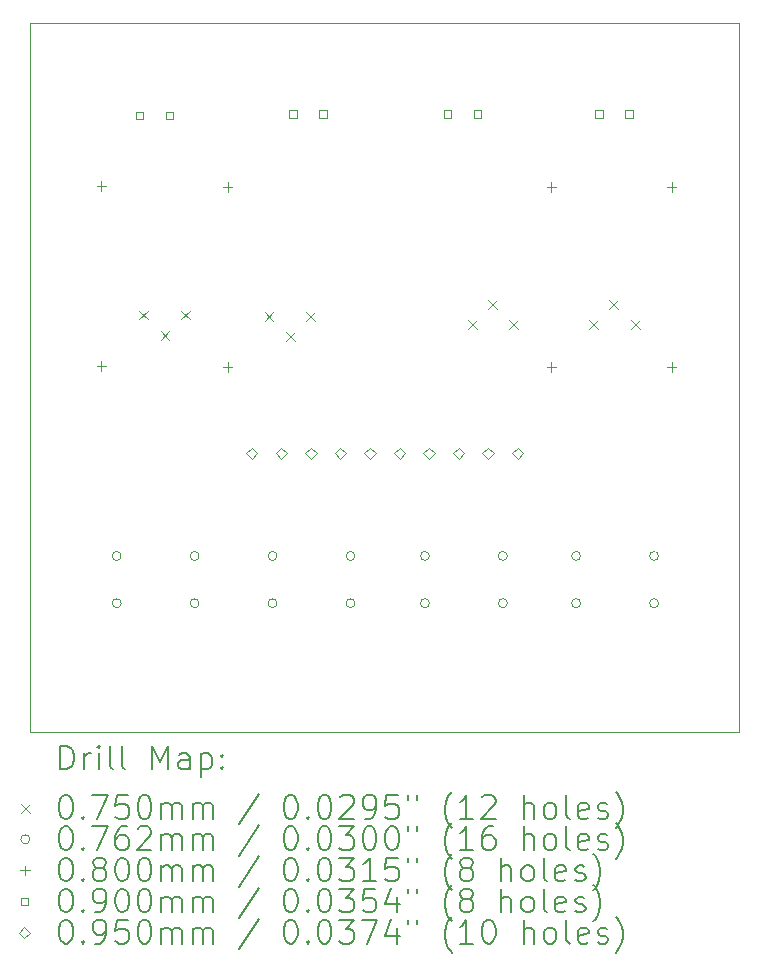
<source format=gbr>
%FSLAX45Y45*%
G04 Gerber Fmt 4.5, Leading zero omitted, Abs format (unit mm)*
G04 Created by KiCad (PCBNEW (6.0.4)) date 2022-04-20 18:40:48*
%MOMM*%
%LPD*%
G01*
G04 APERTURE LIST*
%TA.AperFunction,Profile*%
%ADD10C,0.100000*%
%TD*%
%ADD11C,0.200000*%
%ADD12C,0.075000*%
%ADD13C,0.076200*%
%ADD14C,0.080000*%
%ADD15C,0.090000*%
%ADD16C,0.095000*%
G04 APERTURE END LIST*
D10*
X10000000Y-6740000D02*
X16000000Y-6740000D01*
X16000000Y-6740000D02*
X16000000Y-12740000D01*
X16000000Y-12740000D02*
X10000000Y-12740000D01*
X10000000Y-12740000D02*
X10000000Y-6740000D01*
D11*
D12*
X10922500Y-9172500D02*
X10997500Y-9247500D01*
X10997500Y-9172500D02*
X10922500Y-9247500D01*
X11102500Y-9342500D02*
X11177500Y-9417500D01*
X11177500Y-9342500D02*
X11102500Y-9417500D01*
X11272500Y-9172500D02*
X11347500Y-9247500D01*
X11347500Y-9172500D02*
X11272500Y-9247500D01*
X11982500Y-9182500D02*
X12057500Y-9257500D01*
X12057500Y-9182500D02*
X11982500Y-9257500D01*
X12162500Y-9352500D02*
X12237500Y-9427500D01*
X12237500Y-9352500D02*
X12162500Y-9427500D01*
X12332500Y-9182500D02*
X12407500Y-9257500D01*
X12407500Y-9182500D02*
X12332500Y-9257500D01*
X13702500Y-9252500D02*
X13777500Y-9327500D01*
X13777500Y-9252500D02*
X13702500Y-9327500D01*
X13872500Y-9082500D02*
X13947500Y-9157500D01*
X13947500Y-9082500D02*
X13872500Y-9157500D01*
X14052500Y-9252500D02*
X14127500Y-9327500D01*
X14127500Y-9252500D02*
X14052500Y-9327500D01*
X14732500Y-9252500D02*
X14807500Y-9327500D01*
X14807500Y-9252500D02*
X14732500Y-9327500D01*
X14902500Y-9082500D02*
X14977500Y-9157500D01*
X14977500Y-9082500D02*
X14902500Y-9157500D01*
X15082500Y-9252500D02*
X15157500Y-9327500D01*
X15157500Y-9252500D02*
X15082500Y-9327500D01*
D13*
X10768100Y-11250000D02*
G75*
G03*
X10768100Y-11250000I-38100J0D01*
G01*
X10768100Y-11650000D02*
G75*
G03*
X10768100Y-11650000I-38100J0D01*
G01*
X11428100Y-11250000D02*
G75*
G03*
X11428100Y-11250000I-38100J0D01*
G01*
X11428100Y-11650000D02*
G75*
G03*
X11428100Y-11650000I-38100J0D01*
G01*
X12088100Y-11250000D02*
G75*
G03*
X12088100Y-11250000I-38100J0D01*
G01*
X12088100Y-11650000D02*
G75*
G03*
X12088100Y-11650000I-38100J0D01*
G01*
X12748100Y-11250000D02*
G75*
G03*
X12748100Y-11250000I-38100J0D01*
G01*
X12748100Y-11650000D02*
G75*
G03*
X12748100Y-11650000I-38100J0D01*
G01*
X13378100Y-11250000D02*
G75*
G03*
X13378100Y-11250000I-38100J0D01*
G01*
X13378100Y-11650000D02*
G75*
G03*
X13378100Y-11650000I-38100J0D01*
G01*
X14038100Y-11250000D02*
G75*
G03*
X14038100Y-11250000I-38100J0D01*
G01*
X14038100Y-11650000D02*
G75*
G03*
X14038100Y-11650000I-38100J0D01*
G01*
X14658100Y-11250000D02*
G75*
G03*
X14658100Y-11250000I-38100J0D01*
G01*
X14658100Y-11650000D02*
G75*
G03*
X14658100Y-11650000I-38100J0D01*
G01*
X15318100Y-11250000D02*
G75*
G03*
X15318100Y-11250000I-38100J0D01*
G01*
X15318100Y-11650000D02*
G75*
G03*
X15318100Y-11650000I-38100J0D01*
G01*
D14*
X10600000Y-8078000D02*
X10600000Y-8158000D01*
X10560000Y-8118000D02*
X10640000Y-8118000D01*
X10600000Y-9602000D02*
X10600000Y-9682000D01*
X10560000Y-9642000D02*
X10640000Y-9642000D01*
X11670000Y-8088000D02*
X11670000Y-8168000D01*
X11630000Y-8128000D02*
X11710000Y-8128000D01*
X11670000Y-9612000D02*
X11670000Y-9692000D01*
X11630000Y-9652000D02*
X11710000Y-9652000D01*
X14410000Y-8088000D02*
X14410000Y-8168000D01*
X14370000Y-8128000D02*
X14450000Y-8128000D01*
X14410000Y-9612000D02*
X14410000Y-9692000D01*
X14370000Y-9652000D02*
X14450000Y-9652000D01*
X15430000Y-8086000D02*
X15430000Y-8166000D01*
X15390000Y-8126000D02*
X15470000Y-8126000D01*
X15430000Y-9610000D02*
X15430000Y-9690000D01*
X15390000Y-9650000D02*
X15470000Y-9650000D01*
D15*
X10954320Y-7551820D02*
X10954320Y-7488180D01*
X10890680Y-7488180D01*
X10890680Y-7551820D01*
X10954320Y-7551820D01*
X11208320Y-7551820D02*
X11208320Y-7488180D01*
X11144680Y-7488180D01*
X11144680Y-7551820D01*
X11208320Y-7551820D01*
X12254320Y-7541820D02*
X12254320Y-7478180D01*
X12190680Y-7478180D01*
X12190680Y-7541820D01*
X12254320Y-7541820D01*
X12508320Y-7541820D02*
X12508320Y-7478180D01*
X12444680Y-7478180D01*
X12444680Y-7541820D01*
X12508320Y-7541820D01*
X13564320Y-7541820D02*
X13564320Y-7478180D01*
X13500680Y-7478180D01*
X13500680Y-7541820D01*
X13564320Y-7541820D01*
X13818320Y-7541820D02*
X13818320Y-7478180D01*
X13754680Y-7478180D01*
X13754680Y-7541820D01*
X13818320Y-7541820D01*
X14844320Y-7541820D02*
X14844320Y-7478180D01*
X14780680Y-7478180D01*
X14780680Y-7541820D01*
X14844320Y-7541820D01*
X15098320Y-7541820D02*
X15098320Y-7478180D01*
X15034680Y-7478180D01*
X15034680Y-7541820D01*
X15098320Y-7541820D01*
D16*
X11875000Y-10427500D02*
X11922500Y-10380000D01*
X11875000Y-10332500D01*
X11827500Y-10380000D01*
X11875000Y-10427500D01*
X12125000Y-10427500D02*
X12172500Y-10380000D01*
X12125000Y-10332500D01*
X12077500Y-10380000D01*
X12125000Y-10427500D01*
X12375000Y-10427500D02*
X12422500Y-10380000D01*
X12375000Y-10332500D01*
X12327500Y-10380000D01*
X12375000Y-10427500D01*
X12625000Y-10427500D02*
X12672500Y-10380000D01*
X12625000Y-10332500D01*
X12577500Y-10380000D01*
X12625000Y-10427500D01*
X12875000Y-10427500D02*
X12922500Y-10380000D01*
X12875000Y-10332500D01*
X12827500Y-10380000D01*
X12875000Y-10427500D01*
X13125000Y-10427500D02*
X13172500Y-10380000D01*
X13125000Y-10332500D01*
X13077500Y-10380000D01*
X13125000Y-10427500D01*
X13375000Y-10427500D02*
X13422500Y-10380000D01*
X13375000Y-10332500D01*
X13327500Y-10380000D01*
X13375000Y-10427500D01*
X13625000Y-10427500D02*
X13672500Y-10380000D01*
X13625000Y-10332500D01*
X13577500Y-10380000D01*
X13625000Y-10427500D01*
X13875000Y-10427500D02*
X13922500Y-10380000D01*
X13875000Y-10332500D01*
X13827500Y-10380000D01*
X13875000Y-10427500D01*
X14125000Y-10427500D02*
X14172500Y-10380000D01*
X14125000Y-10332500D01*
X14077500Y-10380000D01*
X14125000Y-10427500D01*
D11*
X10252619Y-13055476D02*
X10252619Y-12855476D01*
X10300238Y-12855476D01*
X10328810Y-12865000D01*
X10347857Y-12884048D01*
X10357381Y-12903095D01*
X10366905Y-12941190D01*
X10366905Y-12969762D01*
X10357381Y-13007857D01*
X10347857Y-13026905D01*
X10328810Y-13045952D01*
X10300238Y-13055476D01*
X10252619Y-13055476D01*
X10452619Y-13055476D02*
X10452619Y-12922143D01*
X10452619Y-12960238D02*
X10462143Y-12941190D01*
X10471667Y-12931667D01*
X10490714Y-12922143D01*
X10509762Y-12922143D01*
X10576429Y-13055476D02*
X10576429Y-12922143D01*
X10576429Y-12855476D02*
X10566905Y-12865000D01*
X10576429Y-12874524D01*
X10585952Y-12865000D01*
X10576429Y-12855476D01*
X10576429Y-12874524D01*
X10700238Y-13055476D02*
X10681190Y-13045952D01*
X10671667Y-13026905D01*
X10671667Y-12855476D01*
X10805000Y-13055476D02*
X10785952Y-13045952D01*
X10776429Y-13026905D01*
X10776429Y-12855476D01*
X11033571Y-13055476D02*
X11033571Y-12855476D01*
X11100238Y-12998333D01*
X11166905Y-12855476D01*
X11166905Y-13055476D01*
X11347857Y-13055476D02*
X11347857Y-12950714D01*
X11338333Y-12931667D01*
X11319286Y-12922143D01*
X11281190Y-12922143D01*
X11262143Y-12931667D01*
X11347857Y-13045952D02*
X11328809Y-13055476D01*
X11281190Y-13055476D01*
X11262143Y-13045952D01*
X11252619Y-13026905D01*
X11252619Y-13007857D01*
X11262143Y-12988809D01*
X11281190Y-12979286D01*
X11328809Y-12979286D01*
X11347857Y-12969762D01*
X11443095Y-12922143D02*
X11443095Y-13122143D01*
X11443095Y-12931667D02*
X11462143Y-12922143D01*
X11500238Y-12922143D01*
X11519286Y-12931667D01*
X11528809Y-12941190D01*
X11538333Y-12960238D01*
X11538333Y-13017381D01*
X11528809Y-13036428D01*
X11519286Y-13045952D01*
X11500238Y-13055476D01*
X11462143Y-13055476D01*
X11443095Y-13045952D01*
X11624048Y-13036428D02*
X11633571Y-13045952D01*
X11624048Y-13055476D01*
X11614524Y-13045952D01*
X11624048Y-13036428D01*
X11624048Y-13055476D01*
X11624048Y-12931667D02*
X11633571Y-12941190D01*
X11624048Y-12950714D01*
X11614524Y-12941190D01*
X11624048Y-12931667D01*
X11624048Y-12950714D01*
D12*
X9920000Y-13347500D02*
X9995000Y-13422500D01*
X9995000Y-13347500D02*
X9920000Y-13422500D01*
D11*
X10290714Y-13275476D02*
X10309762Y-13275476D01*
X10328810Y-13285000D01*
X10338333Y-13294524D01*
X10347857Y-13313571D01*
X10357381Y-13351667D01*
X10357381Y-13399286D01*
X10347857Y-13437381D01*
X10338333Y-13456428D01*
X10328810Y-13465952D01*
X10309762Y-13475476D01*
X10290714Y-13475476D01*
X10271667Y-13465952D01*
X10262143Y-13456428D01*
X10252619Y-13437381D01*
X10243095Y-13399286D01*
X10243095Y-13351667D01*
X10252619Y-13313571D01*
X10262143Y-13294524D01*
X10271667Y-13285000D01*
X10290714Y-13275476D01*
X10443095Y-13456428D02*
X10452619Y-13465952D01*
X10443095Y-13475476D01*
X10433571Y-13465952D01*
X10443095Y-13456428D01*
X10443095Y-13475476D01*
X10519286Y-13275476D02*
X10652619Y-13275476D01*
X10566905Y-13475476D01*
X10824048Y-13275476D02*
X10728810Y-13275476D01*
X10719286Y-13370714D01*
X10728810Y-13361190D01*
X10747857Y-13351667D01*
X10795476Y-13351667D01*
X10814524Y-13361190D01*
X10824048Y-13370714D01*
X10833571Y-13389762D01*
X10833571Y-13437381D01*
X10824048Y-13456428D01*
X10814524Y-13465952D01*
X10795476Y-13475476D01*
X10747857Y-13475476D01*
X10728810Y-13465952D01*
X10719286Y-13456428D01*
X10957381Y-13275476D02*
X10976429Y-13275476D01*
X10995476Y-13285000D01*
X11005000Y-13294524D01*
X11014524Y-13313571D01*
X11024048Y-13351667D01*
X11024048Y-13399286D01*
X11014524Y-13437381D01*
X11005000Y-13456428D01*
X10995476Y-13465952D01*
X10976429Y-13475476D01*
X10957381Y-13475476D01*
X10938333Y-13465952D01*
X10928810Y-13456428D01*
X10919286Y-13437381D01*
X10909762Y-13399286D01*
X10909762Y-13351667D01*
X10919286Y-13313571D01*
X10928810Y-13294524D01*
X10938333Y-13285000D01*
X10957381Y-13275476D01*
X11109762Y-13475476D02*
X11109762Y-13342143D01*
X11109762Y-13361190D02*
X11119286Y-13351667D01*
X11138333Y-13342143D01*
X11166905Y-13342143D01*
X11185952Y-13351667D01*
X11195476Y-13370714D01*
X11195476Y-13475476D01*
X11195476Y-13370714D02*
X11205000Y-13351667D01*
X11224048Y-13342143D01*
X11252619Y-13342143D01*
X11271667Y-13351667D01*
X11281190Y-13370714D01*
X11281190Y-13475476D01*
X11376428Y-13475476D02*
X11376428Y-13342143D01*
X11376428Y-13361190D02*
X11385952Y-13351667D01*
X11405000Y-13342143D01*
X11433571Y-13342143D01*
X11452619Y-13351667D01*
X11462143Y-13370714D01*
X11462143Y-13475476D01*
X11462143Y-13370714D02*
X11471667Y-13351667D01*
X11490714Y-13342143D01*
X11519286Y-13342143D01*
X11538333Y-13351667D01*
X11547857Y-13370714D01*
X11547857Y-13475476D01*
X11938333Y-13265952D02*
X11766905Y-13523095D01*
X12195476Y-13275476D02*
X12214524Y-13275476D01*
X12233571Y-13285000D01*
X12243095Y-13294524D01*
X12252619Y-13313571D01*
X12262143Y-13351667D01*
X12262143Y-13399286D01*
X12252619Y-13437381D01*
X12243095Y-13456428D01*
X12233571Y-13465952D01*
X12214524Y-13475476D01*
X12195476Y-13475476D01*
X12176428Y-13465952D01*
X12166905Y-13456428D01*
X12157381Y-13437381D01*
X12147857Y-13399286D01*
X12147857Y-13351667D01*
X12157381Y-13313571D01*
X12166905Y-13294524D01*
X12176428Y-13285000D01*
X12195476Y-13275476D01*
X12347857Y-13456428D02*
X12357381Y-13465952D01*
X12347857Y-13475476D01*
X12338333Y-13465952D01*
X12347857Y-13456428D01*
X12347857Y-13475476D01*
X12481190Y-13275476D02*
X12500238Y-13275476D01*
X12519286Y-13285000D01*
X12528809Y-13294524D01*
X12538333Y-13313571D01*
X12547857Y-13351667D01*
X12547857Y-13399286D01*
X12538333Y-13437381D01*
X12528809Y-13456428D01*
X12519286Y-13465952D01*
X12500238Y-13475476D01*
X12481190Y-13475476D01*
X12462143Y-13465952D01*
X12452619Y-13456428D01*
X12443095Y-13437381D01*
X12433571Y-13399286D01*
X12433571Y-13351667D01*
X12443095Y-13313571D01*
X12452619Y-13294524D01*
X12462143Y-13285000D01*
X12481190Y-13275476D01*
X12624048Y-13294524D02*
X12633571Y-13285000D01*
X12652619Y-13275476D01*
X12700238Y-13275476D01*
X12719286Y-13285000D01*
X12728809Y-13294524D01*
X12738333Y-13313571D01*
X12738333Y-13332619D01*
X12728809Y-13361190D01*
X12614524Y-13475476D01*
X12738333Y-13475476D01*
X12833571Y-13475476D02*
X12871667Y-13475476D01*
X12890714Y-13465952D01*
X12900238Y-13456428D01*
X12919286Y-13427857D01*
X12928809Y-13389762D01*
X12928809Y-13313571D01*
X12919286Y-13294524D01*
X12909762Y-13285000D01*
X12890714Y-13275476D01*
X12852619Y-13275476D01*
X12833571Y-13285000D01*
X12824048Y-13294524D01*
X12814524Y-13313571D01*
X12814524Y-13361190D01*
X12824048Y-13380238D01*
X12833571Y-13389762D01*
X12852619Y-13399286D01*
X12890714Y-13399286D01*
X12909762Y-13389762D01*
X12919286Y-13380238D01*
X12928809Y-13361190D01*
X13109762Y-13275476D02*
X13014524Y-13275476D01*
X13005000Y-13370714D01*
X13014524Y-13361190D01*
X13033571Y-13351667D01*
X13081190Y-13351667D01*
X13100238Y-13361190D01*
X13109762Y-13370714D01*
X13119286Y-13389762D01*
X13119286Y-13437381D01*
X13109762Y-13456428D01*
X13100238Y-13465952D01*
X13081190Y-13475476D01*
X13033571Y-13475476D01*
X13014524Y-13465952D01*
X13005000Y-13456428D01*
X13195476Y-13275476D02*
X13195476Y-13313571D01*
X13271667Y-13275476D02*
X13271667Y-13313571D01*
X13566905Y-13551667D02*
X13557381Y-13542143D01*
X13538333Y-13513571D01*
X13528809Y-13494524D01*
X13519286Y-13465952D01*
X13509762Y-13418333D01*
X13509762Y-13380238D01*
X13519286Y-13332619D01*
X13528809Y-13304048D01*
X13538333Y-13285000D01*
X13557381Y-13256428D01*
X13566905Y-13246905D01*
X13747857Y-13475476D02*
X13633571Y-13475476D01*
X13690714Y-13475476D02*
X13690714Y-13275476D01*
X13671667Y-13304048D01*
X13652619Y-13323095D01*
X13633571Y-13332619D01*
X13824048Y-13294524D02*
X13833571Y-13285000D01*
X13852619Y-13275476D01*
X13900238Y-13275476D01*
X13919286Y-13285000D01*
X13928809Y-13294524D01*
X13938333Y-13313571D01*
X13938333Y-13332619D01*
X13928809Y-13361190D01*
X13814524Y-13475476D01*
X13938333Y-13475476D01*
X14176428Y-13475476D02*
X14176428Y-13275476D01*
X14262143Y-13475476D02*
X14262143Y-13370714D01*
X14252619Y-13351667D01*
X14233571Y-13342143D01*
X14205000Y-13342143D01*
X14185952Y-13351667D01*
X14176428Y-13361190D01*
X14385952Y-13475476D02*
X14366905Y-13465952D01*
X14357381Y-13456428D01*
X14347857Y-13437381D01*
X14347857Y-13380238D01*
X14357381Y-13361190D01*
X14366905Y-13351667D01*
X14385952Y-13342143D01*
X14414524Y-13342143D01*
X14433571Y-13351667D01*
X14443095Y-13361190D01*
X14452619Y-13380238D01*
X14452619Y-13437381D01*
X14443095Y-13456428D01*
X14433571Y-13465952D01*
X14414524Y-13475476D01*
X14385952Y-13475476D01*
X14566905Y-13475476D02*
X14547857Y-13465952D01*
X14538333Y-13446905D01*
X14538333Y-13275476D01*
X14719286Y-13465952D02*
X14700238Y-13475476D01*
X14662143Y-13475476D01*
X14643095Y-13465952D01*
X14633571Y-13446905D01*
X14633571Y-13370714D01*
X14643095Y-13351667D01*
X14662143Y-13342143D01*
X14700238Y-13342143D01*
X14719286Y-13351667D01*
X14728809Y-13370714D01*
X14728809Y-13389762D01*
X14633571Y-13408809D01*
X14805000Y-13465952D02*
X14824048Y-13475476D01*
X14862143Y-13475476D01*
X14881190Y-13465952D01*
X14890714Y-13446905D01*
X14890714Y-13437381D01*
X14881190Y-13418333D01*
X14862143Y-13408809D01*
X14833571Y-13408809D01*
X14814524Y-13399286D01*
X14805000Y-13380238D01*
X14805000Y-13370714D01*
X14814524Y-13351667D01*
X14833571Y-13342143D01*
X14862143Y-13342143D01*
X14881190Y-13351667D01*
X14957381Y-13551667D02*
X14966905Y-13542143D01*
X14985952Y-13513571D01*
X14995476Y-13494524D01*
X15005000Y-13465952D01*
X15014524Y-13418333D01*
X15014524Y-13380238D01*
X15005000Y-13332619D01*
X14995476Y-13304048D01*
X14985952Y-13285000D01*
X14966905Y-13256428D01*
X14957381Y-13246905D01*
D13*
X9995000Y-13649000D02*
G75*
G03*
X9995000Y-13649000I-38100J0D01*
G01*
D11*
X10290714Y-13539476D02*
X10309762Y-13539476D01*
X10328810Y-13549000D01*
X10338333Y-13558524D01*
X10347857Y-13577571D01*
X10357381Y-13615667D01*
X10357381Y-13663286D01*
X10347857Y-13701381D01*
X10338333Y-13720428D01*
X10328810Y-13729952D01*
X10309762Y-13739476D01*
X10290714Y-13739476D01*
X10271667Y-13729952D01*
X10262143Y-13720428D01*
X10252619Y-13701381D01*
X10243095Y-13663286D01*
X10243095Y-13615667D01*
X10252619Y-13577571D01*
X10262143Y-13558524D01*
X10271667Y-13549000D01*
X10290714Y-13539476D01*
X10443095Y-13720428D02*
X10452619Y-13729952D01*
X10443095Y-13739476D01*
X10433571Y-13729952D01*
X10443095Y-13720428D01*
X10443095Y-13739476D01*
X10519286Y-13539476D02*
X10652619Y-13539476D01*
X10566905Y-13739476D01*
X10814524Y-13539476D02*
X10776429Y-13539476D01*
X10757381Y-13549000D01*
X10747857Y-13558524D01*
X10728810Y-13587095D01*
X10719286Y-13625190D01*
X10719286Y-13701381D01*
X10728810Y-13720428D01*
X10738333Y-13729952D01*
X10757381Y-13739476D01*
X10795476Y-13739476D01*
X10814524Y-13729952D01*
X10824048Y-13720428D01*
X10833571Y-13701381D01*
X10833571Y-13653762D01*
X10824048Y-13634714D01*
X10814524Y-13625190D01*
X10795476Y-13615667D01*
X10757381Y-13615667D01*
X10738333Y-13625190D01*
X10728810Y-13634714D01*
X10719286Y-13653762D01*
X10909762Y-13558524D02*
X10919286Y-13549000D01*
X10938333Y-13539476D01*
X10985952Y-13539476D01*
X11005000Y-13549000D01*
X11014524Y-13558524D01*
X11024048Y-13577571D01*
X11024048Y-13596619D01*
X11014524Y-13625190D01*
X10900238Y-13739476D01*
X11024048Y-13739476D01*
X11109762Y-13739476D02*
X11109762Y-13606143D01*
X11109762Y-13625190D02*
X11119286Y-13615667D01*
X11138333Y-13606143D01*
X11166905Y-13606143D01*
X11185952Y-13615667D01*
X11195476Y-13634714D01*
X11195476Y-13739476D01*
X11195476Y-13634714D02*
X11205000Y-13615667D01*
X11224048Y-13606143D01*
X11252619Y-13606143D01*
X11271667Y-13615667D01*
X11281190Y-13634714D01*
X11281190Y-13739476D01*
X11376428Y-13739476D02*
X11376428Y-13606143D01*
X11376428Y-13625190D02*
X11385952Y-13615667D01*
X11405000Y-13606143D01*
X11433571Y-13606143D01*
X11452619Y-13615667D01*
X11462143Y-13634714D01*
X11462143Y-13739476D01*
X11462143Y-13634714D02*
X11471667Y-13615667D01*
X11490714Y-13606143D01*
X11519286Y-13606143D01*
X11538333Y-13615667D01*
X11547857Y-13634714D01*
X11547857Y-13739476D01*
X11938333Y-13529952D02*
X11766905Y-13787095D01*
X12195476Y-13539476D02*
X12214524Y-13539476D01*
X12233571Y-13549000D01*
X12243095Y-13558524D01*
X12252619Y-13577571D01*
X12262143Y-13615667D01*
X12262143Y-13663286D01*
X12252619Y-13701381D01*
X12243095Y-13720428D01*
X12233571Y-13729952D01*
X12214524Y-13739476D01*
X12195476Y-13739476D01*
X12176428Y-13729952D01*
X12166905Y-13720428D01*
X12157381Y-13701381D01*
X12147857Y-13663286D01*
X12147857Y-13615667D01*
X12157381Y-13577571D01*
X12166905Y-13558524D01*
X12176428Y-13549000D01*
X12195476Y-13539476D01*
X12347857Y-13720428D02*
X12357381Y-13729952D01*
X12347857Y-13739476D01*
X12338333Y-13729952D01*
X12347857Y-13720428D01*
X12347857Y-13739476D01*
X12481190Y-13539476D02*
X12500238Y-13539476D01*
X12519286Y-13549000D01*
X12528809Y-13558524D01*
X12538333Y-13577571D01*
X12547857Y-13615667D01*
X12547857Y-13663286D01*
X12538333Y-13701381D01*
X12528809Y-13720428D01*
X12519286Y-13729952D01*
X12500238Y-13739476D01*
X12481190Y-13739476D01*
X12462143Y-13729952D01*
X12452619Y-13720428D01*
X12443095Y-13701381D01*
X12433571Y-13663286D01*
X12433571Y-13615667D01*
X12443095Y-13577571D01*
X12452619Y-13558524D01*
X12462143Y-13549000D01*
X12481190Y-13539476D01*
X12614524Y-13539476D02*
X12738333Y-13539476D01*
X12671667Y-13615667D01*
X12700238Y-13615667D01*
X12719286Y-13625190D01*
X12728809Y-13634714D01*
X12738333Y-13653762D01*
X12738333Y-13701381D01*
X12728809Y-13720428D01*
X12719286Y-13729952D01*
X12700238Y-13739476D01*
X12643095Y-13739476D01*
X12624048Y-13729952D01*
X12614524Y-13720428D01*
X12862143Y-13539476D02*
X12881190Y-13539476D01*
X12900238Y-13549000D01*
X12909762Y-13558524D01*
X12919286Y-13577571D01*
X12928809Y-13615667D01*
X12928809Y-13663286D01*
X12919286Y-13701381D01*
X12909762Y-13720428D01*
X12900238Y-13729952D01*
X12881190Y-13739476D01*
X12862143Y-13739476D01*
X12843095Y-13729952D01*
X12833571Y-13720428D01*
X12824048Y-13701381D01*
X12814524Y-13663286D01*
X12814524Y-13615667D01*
X12824048Y-13577571D01*
X12833571Y-13558524D01*
X12843095Y-13549000D01*
X12862143Y-13539476D01*
X13052619Y-13539476D02*
X13071667Y-13539476D01*
X13090714Y-13549000D01*
X13100238Y-13558524D01*
X13109762Y-13577571D01*
X13119286Y-13615667D01*
X13119286Y-13663286D01*
X13109762Y-13701381D01*
X13100238Y-13720428D01*
X13090714Y-13729952D01*
X13071667Y-13739476D01*
X13052619Y-13739476D01*
X13033571Y-13729952D01*
X13024048Y-13720428D01*
X13014524Y-13701381D01*
X13005000Y-13663286D01*
X13005000Y-13615667D01*
X13014524Y-13577571D01*
X13024048Y-13558524D01*
X13033571Y-13549000D01*
X13052619Y-13539476D01*
X13195476Y-13539476D02*
X13195476Y-13577571D01*
X13271667Y-13539476D02*
X13271667Y-13577571D01*
X13566905Y-13815667D02*
X13557381Y-13806143D01*
X13538333Y-13777571D01*
X13528809Y-13758524D01*
X13519286Y-13729952D01*
X13509762Y-13682333D01*
X13509762Y-13644238D01*
X13519286Y-13596619D01*
X13528809Y-13568048D01*
X13538333Y-13549000D01*
X13557381Y-13520428D01*
X13566905Y-13510905D01*
X13747857Y-13739476D02*
X13633571Y-13739476D01*
X13690714Y-13739476D02*
X13690714Y-13539476D01*
X13671667Y-13568048D01*
X13652619Y-13587095D01*
X13633571Y-13596619D01*
X13919286Y-13539476D02*
X13881190Y-13539476D01*
X13862143Y-13549000D01*
X13852619Y-13558524D01*
X13833571Y-13587095D01*
X13824048Y-13625190D01*
X13824048Y-13701381D01*
X13833571Y-13720428D01*
X13843095Y-13729952D01*
X13862143Y-13739476D01*
X13900238Y-13739476D01*
X13919286Y-13729952D01*
X13928809Y-13720428D01*
X13938333Y-13701381D01*
X13938333Y-13653762D01*
X13928809Y-13634714D01*
X13919286Y-13625190D01*
X13900238Y-13615667D01*
X13862143Y-13615667D01*
X13843095Y-13625190D01*
X13833571Y-13634714D01*
X13824048Y-13653762D01*
X14176428Y-13739476D02*
X14176428Y-13539476D01*
X14262143Y-13739476D02*
X14262143Y-13634714D01*
X14252619Y-13615667D01*
X14233571Y-13606143D01*
X14205000Y-13606143D01*
X14185952Y-13615667D01*
X14176428Y-13625190D01*
X14385952Y-13739476D02*
X14366905Y-13729952D01*
X14357381Y-13720428D01*
X14347857Y-13701381D01*
X14347857Y-13644238D01*
X14357381Y-13625190D01*
X14366905Y-13615667D01*
X14385952Y-13606143D01*
X14414524Y-13606143D01*
X14433571Y-13615667D01*
X14443095Y-13625190D01*
X14452619Y-13644238D01*
X14452619Y-13701381D01*
X14443095Y-13720428D01*
X14433571Y-13729952D01*
X14414524Y-13739476D01*
X14385952Y-13739476D01*
X14566905Y-13739476D02*
X14547857Y-13729952D01*
X14538333Y-13710905D01*
X14538333Y-13539476D01*
X14719286Y-13729952D02*
X14700238Y-13739476D01*
X14662143Y-13739476D01*
X14643095Y-13729952D01*
X14633571Y-13710905D01*
X14633571Y-13634714D01*
X14643095Y-13615667D01*
X14662143Y-13606143D01*
X14700238Y-13606143D01*
X14719286Y-13615667D01*
X14728809Y-13634714D01*
X14728809Y-13653762D01*
X14633571Y-13672809D01*
X14805000Y-13729952D02*
X14824048Y-13739476D01*
X14862143Y-13739476D01*
X14881190Y-13729952D01*
X14890714Y-13710905D01*
X14890714Y-13701381D01*
X14881190Y-13682333D01*
X14862143Y-13672809D01*
X14833571Y-13672809D01*
X14814524Y-13663286D01*
X14805000Y-13644238D01*
X14805000Y-13634714D01*
X14814524Y-13615667D01*
X14833571Y-13606143D01*
X14862143Y-13606143D01*
X14881190Y-13615667D01*
X14957381Y-13815667D02*
X14966905Y-13806143D01*
X14985952Y-13777571D01*
X14995476Y-13758524D01*
X15005000Y-13729952D01*
X15014524Y-13682333D01*
X15014524Y-13644238D01*
X15005000Y-13596619D01*
X14995476Y-13568048D01*
X14985952Y-13549000D01*
X14966905Y-13520428D01*
X14957381Y-13510905D01*
D14*
X9955000Y-13873000D02*
X9955000Y-13953000D01*
X9915000Y-13913000D02*
X9995000Y-13913000D01*
D11*
X10290714Y-13803476D02*
X10309762Y-13803476D01*
X10328810Y-13813000D01*
X10338333Y-13822524D01*
X10347857Y-13841571D01*
X10357381Y-13879667D01*
X10357381Y-13927286D01*
X10347857Y-13965381D01*
X10338333Y-13984428D01*
X10328810Y-13993952D01*
X10309762Y-14003476D01*
X10290714Y-14003476D01*
X10271667Y-13993952D01*
X10262143Y-13984428D01*
X10252619Y-13965381D01*
X10243095Y-13927286D01*
X10243095Y-13879667D01*
X10252619Y-13841571D01*
X10262143Y-13822524D01*
X10271667Y-13813000D01*
X10290714Y-13803476D01*
X10443095Y-13984428D02*
X10452619Y-13993952D01*
X10443095Y-14003476D01*
X10433571Y-13993952D01*
X10443095Y-13984428D01*
X10443095Y-14003476D01*
X10566905Y-13889190D02*
X10547857Y-13879667D01*
X10538333Y-13870143D01*
X10528810Y-13851095D01*
X10528810Y-13841571D01*
X10538333Y-13822524D01*
X10547857Y-13813000D01*
X10566905Y-13803476D01*
X10605000Y-13803476D01*
X10624048Y-13813000D01*
X10633571Y-13822524D01*
X10643095Y-13841571D01*
X10643095Y-13851095D01*
X10633571Y-13870143D01*
X10624048Y-13879667D01*
X10605000Y-13889190D01*
X10566905Y-13889190D01*
X10547857Y-13898714D01*
X10538333Y-13908238D01*
X10528810Y-13927286D01*
X10528810Y-13965381D01*
X10538333Y-13984428D01*
X10547857Y-13993952D01*
X10566905Y-14003476D01*
X10605000Y-14003476D01*
X10624048Y-13993952D01*
X10633571Y-13984428D01*
X10643095Y-13965381D01*
X10643095Y-13927286D01*
X10633571Y-13908238D01*
X10624048Y-13898714D01*
X10605000Y-13889190D01*
X10766905Y-13803476D02*
X10785952Y-13803476D01*
X10805000Y-13813000D01*
X10814524Y-13822524D01*
X10824048Y-13841571D01*
X10833571Y-13879667D01*
X10833571Y-13927286D01*
X10824048Y-13965381D01*
X10814524Y-13984428D01*
X10805000Y-13993952D01*
X10785952Y-14003476D01*
X10766905Y-14003476D01*
X10747857Y-13993952D01*
X10738333Y-13984428D01*
X10728810Y-13965381D01*
X10719286Y-13927286D01*
X10719286Y-13879667D01*
X10728810Y-13841571D01*
X10738333Y-13822524D01*
X10747857Y-13813000D01*
X10766905Y-13803476D01*
X10957381Y-13803476D02*
X10976429Y-13803476D01*
X10995476Y-13813000D01*
X11005000Y-13822524D01*
X11014524Y-13841571D01*
X11024048Y-13879667D01*
X11024048Y-13927286D01*
X11014524Y-13965381D01*
X11005000Y-13984428D01*
X10995476Y-13993952D01*
X10976429Y-14003476D01*
X10957381Y-14003476D01*
X10938333Y-13993952D01*
X10928810Y-13984428D01*
X10919286Y-13965381D01*
X10909762Y-13927286D01*
X10909762Y-13879667D01*
X10919286Y-13841571D01*
X10928810Y-13822524D01*
X10938333Y-13813000D01*
X10957381Y-13803476D01*
X11109762Y-14003476D02*
X11109762Y-13870143D01*
X11109762Y-13889190D02*
X11119286Y-13879667D01*
X11138333Y-13870143D01*
X11166905Y-13870143D01*
X11185952Y-13879667D01*
X11195476Y-13898714D01*
X11195476Y-14003476D01*
X11195476Y-13898714D02*
X11205000Y-13879667D01*
X11224048Y-13870143D01*
X11252619Y-13870143D01*
X11271667Y-13879667D01*
X11281190Y-13898714D01*
X11281190Y-14003476D01*
X11376428Y-14003476D02*
X11376428Y-13870143D01*
X11376428Y-13889190D02*
X11385952Y-13879667D01*
X11405000Y-13870143D01*
X11433571Y-13870143D01*
X11452619Y-13879667D01*
X11462143Y-13898714D01*
X11462143Y-14003476D01*
X11462143Y-13898714D02*
X11471667Y-13879667D01*
X11490714Y-13870143D01*
X11519286Y-13870143D01*
X11538333Y-13879667D01*
X11547857Y-13898714D01*
X11547857Y-14003476D01*
X11938333Y-13793952D02*
X11766905Y-14051095D01*
X12195476Y-13803476D02*
X12214524Y-13803476D01*
X12233571Y-13813000D01*
X12243095Y-13822524D01*
X12252619Y-13841571D01*
X12262143Y-13879667D01*
X12262143Y-13927286D01*
X12252619Y-13965381D01*
X12243095Y-13984428D01*
X12233571Y-13993952D01*
X12214524Y-14003476D01*
X12195476Y-14003476D01*
X12176428Y-13993952D01*
X12166905Y-13984428D01*
X12157381Y-13965381D01*
X12147857Y-13927286D01*
X12147857Y-13879667D01*
X12157381Y-13841571D01*
X12166905Y-13822524D01*
X12176428Y-13813000D01*
X12195476Y-13803476D01*
X12347857Y-13984428D02*
X12357381Y-13993952D01*
X12347857Y-14003476D01*
X12338333Y-13993952D01*
X12347857Y-13984428D01*
X12347857Y-14003476D01*
X12481190Y-13803476D02*
X12500238Y-13803476D01*
X12519286Y-13813000D01*
X12528809Y-13822524D01*
X12538333Y-13841571D01*
X12547857Y-13879667D01*
X12547857Y-13927286D01*
X12538333Y-13965381D01*
X12528809Y-13984428D01*
X12519286Y-13993952D01*
X12500238Y-14003476D01*
X12481190Y-14003476D01*
X12462143Y-13993952D01*
X12452619Y-13984428D01*
X12443095Y-13965381D01*
X12433571Y-13927286D01*
X12433571Y-13879667D01*
X12443095Y-13841571D01*
X12452619Y-13822524D01*
X12462143Y-13813000D01*
X12481190Y-13803476D01*
X12614524Y-13803476D02*
X12738333Y-13803476D01*
X12671667Y-13879667D01*
X12700238Y-13879667D01*
X12719286Y-13889190D01*
X12728809Y-13898714D01*
X12738333Y-13917762D01*
X12738333Y-13965381D01*
X12728809Y-13984428D01*
X12719286Y-13993952D01*
X12700238Y-14003476D01*
X12643095Y-14003476D01*
X12624048Y-13993952D01*
X12614524Y-13984428D01*
X12928809Y-14003476D02*
X12814524Y-14003476D01*
X12871667Y-14003476D02*
X12871667Y-13803476D01*
X12852619Y-13832048D01*
X12833571Y-13851095D01*
X12814524Y-13860619D01*
X13109762Y-13803476D02*
X13014524Y-13803476D01*
X13005000Y-13898714D01*
X13014524Y-13889190D01*
X13033571Y-13879667D01*
X13081190Y-13879667D01*
X13100238Y-13889190D01*
X13109762Y-13898714D01*
X13119286Y-13917762D01*
X13119286Y-13965381D01*
X13109762Y-13984428D01*
X13100238Y-13993952D01*
X13081190Y-14003476D01*
X13033571Y-14003476D01*
X13014524Y-13993952D01*
X13005000Y-13984428D01*
X13195476Y-13803476D02*
X13195476Y-13841571D01*
X13271667Y-13803476D02*
X13271667Y-13841571D01*
X13566905Y-14079667D02*
X13557381Y-14070143D01*
X13538333Y-14041571D01*
X13528809Y-14022524D01*
X13519286Y-13993952D01*
X13509762Y-13946333D01*
X13509762Y-13908238D01*
X13519286Y-13860619D01*
X13528809Y-13832048D01*
X13538333Y-13813000D01*
X13557381Y-13784428D01*
X13566905Y-13774905D01*
X13671667Y-13889190D02*
X13652619Y-13879667D01*
X13643095Y-13870143D01*
X13633571Y-13851095D01*
X13633571Y-13841571D01*
X13643095Y-13822524D01*
X13652619Y-13813000D01*
X13671667Y-13803476D01*
X13709762Y-13803476D01*
X13728809Y-13813000D01*
X13738333Y-13822524D01*
X13747857Y-13841571D01*
X13747857Y-13851095D01*
X13738333Y-13870143D01*
X13728809Y-13879667D01*
X13709762Y-13889190D01*
X13671667Y-13889190D01*
X13652619Y-13898714D01*
X13643095Y-13908238D01*
X13633571Y-13927286D01*
X13633571Y-13965381D01*
X13643095Y-13984428D01*
X13652619Y-13993952D01*
X13671667Y-14003476D01*
X13709762Y-14003476D01*
X13728809Y-13993952D01*
X13738333Y-13984428D01*
X13747857Y-13965381D01*
X13747857Y-13927286D01*
X13738333Y-13908238D01*
X13728809Y-13898714D01*
X13709762Y-13889190D01*
X13985952Y-14003476D02*
X13985952Y-13803476D01*
X14071667Y-14003476D02*
X14071667Y-13898714D01*
X14062143Y-13879667D01*
X14043095Y-13870143D01*
X14014524Y-13870143D01*
X13995476Y-13879667D01*
X13985952Y-13889190D01*
X14195476Y-14003476D02*
X14176428Y-13993952D01*
X14166905Y-13984428D01*
X14157381Y-13965381D01*
X14157381Y-13908238D01*
X14166905Y-13889190D01*
X14176428Y-13879667D01*
X14195476Y-13870143D01*
X14224048Y-13870143D01*
X14243095Y-13879667D01*
X14252619Y-13889190D01*
X14262143Y-13908238D01*
X14262143Y-13965381D01*
X14252619Y-13984428D01*
X14243095Y-13993952D01*
X14224048Y-14003476D01*
X14195476Y-14003476D01*
X14376428Y-14003476D02*
X14357381Y-13993952D01*
X14347857Y-13974905D01*
X14347857Y-13803476D01*
X14528809Y-13993952D02*
X14509762Y-14003476D01*
X14471667Y-14003476D01*
X14452619Y-13993952D01*
X14443095Y-13974905D01*
X14443095Y-13898714D01*
X14452619Y-13879667D01*
X14471667Y-13870143D01*
X14509762Y-13870143D01*
X14528809Y-13879667D01*
X14538333Y-13898714D01*
X14538333Y-13917762D01*
X14443095Y-13936809D01*
X14614524Y-13993952D02*
X14633571Y-14003476D01*
X14671667Y-14003476D01*
X14690714Y-13993952D01*
X14700238Y-13974905D01*
X14700238Y-13965381D01*
X14690714Y-13946333D01*
X14671667Y-13936809D01*
X14643095Y-13936809D01*
X14624048Y-13927286D01*
X14614524Y-13908238D01*
X14614524Y-13898714D01*
X14624048Y-13879667D01*
X14643095Y-13870143D01*
X14671667Y-13870143D01*
X14690714Y-13879667D01*
X14766905Y-14079667D02*
X14776428Y-14070143D01*
X14795476Y-14041571D01*
X14805000Y-14022524D01*
X14814524Y-13993952D01*
X14824048Y-13946333D01*
X14824048Y-13908238D01*
X14814524Y-13860619D01*
X14805000Y-13832048D01*
X14795476Y-13813000D01*
X14776428Y-13784428D01*
X14766905Y-13774905D01*
D15*
X9981820Y-14208820D02*
X9981820Y-14145180D01*
X9918180Y-14145180D01*
X9918180Y-14208820D01*
X9981820Y-14208820D01*
D11*
X10290714Y-14067476D02*
X10309762Y-14067476D01*
X10328810Y-14077000D01*
X10338333Y-14086524D01*
X10347857Y-14105571D01*
X10357381Y-14143667D01*
X10357381Y-14191286D01*
X10347857Y-14229381D01*
X10338333Y-14248428D01*
X10328810Y-14257952D01*
X10309762Y-14267476D01*
X10290714Y-14267476D01*
X10271667Y-14257952D01*
X10262143Y-14248428D01*
X10252619Y-14229381D01*
X10243095Y-14191286D01*
X10243095Y-14143667D01*
X10252619Y-14105571D01*
X10262143Y-14086524D01*
X10271667Y-14077000D01*
X10290714Y-14067476D01*
X10443095Y-14248428D02*
X10452619Y-14257952D01*
X10443095Y-14267476D01*
X10433571Y-14257952D01*
X10443095Y-14248428D01*
X10443095Y-14267476D01*
X10547857Y-14267476D02*
X10585952Y-14267476D01*
X10605000Y-14257952D01*
X10614524Y-14248428D01*
X10633571Y-14219857D01*
X10643095Y-14181762D01*
X10643095Y-14105571D01*
X10633571Y-14086524D01*
X10624048Y-14077000D01*
X10605000Y-14067476D01*
X10566905Y-14067476D01*
X10547857Y-14077000D01*
X10538333Y-14086524D01*
X10528810Y-14105571D01*
X10528810Y-14153190D01*
X10538333Y-14172238D01*
X10547857Y-14181762D01*
X10566905Y-14191286D01*
X10605000Y-14191286D01*
X10624048Y-14181762D01*
X10633571Y-14172238D01*
X10643095Y-14153190D01*
X10766905Y-14067476D02*
X10785952Y-14067476D01*
X10805000Y-14077000D01*
X10814524Y-14086524D01*
X10824048Y-14105571D01*
X10833571Y-14143667D01*
X10833571Y-14191286D01*
X10824048Y-14229381D01*
X10814524Y-14248428D01*
X10805000Y-14257952D01*
X10785952Y-14267476D01*
X10766905Y-14267476D01*
X10747857Y-14257952D01*
X10738333Y-14248428D01*
X10728810Y-14229381D01*
X10719286Y-14191286D01*
X10719286Y-14143667D01*
X10728810Y-14105571D01*
X10738333Y-14086524D01*
X10747857Y-14077000D01*
X10766905Y-14067476D01*
X10957381Y-14067476D02*
X10976429Y-14067476D01*
X10995476Y-14077000D01*
X11005000Y-14086524D01*
X11014524Y-14105571D01*
X11024048Y-14143667D01*
X11024048Y-14191286D01*
X11014524Y-14229381D01*
X11005000Y-14248428D01*
X10995476Y-14257952D01*
X10976429Y-14267476D01*
X10957381Y-14267476D01*
X10938333Y-14257952D01*
X10928810Y-14248428D01*
X10919286Y-14229381D01*
X10909762Y-14191286D01*
X10909762Y-14143667D01*
X10919286Y-14105571D01*
X10928810Y-14086524D01*
X10938333Y-14077000D01*
X10957381Y-14067476D01*
X11109762Y-14267476D02*
X11109762Y-14134143D01*
X11109762Y-14153190D02*
X11119286Y-14143667D01*
X11138333Y-14134143D01*
X11166905Y-14134143D01*
X11185952Y-14143667D01*
X11195476Y-14162714D01*
X11195476Y-14267476D01*
X11195476Y-14162714D02*
X11205000Y-14143667D01*
X11224048Y-14134143D01*
X11252619Y-14134143D01*
X11271667Y-14143667D01*
X11281190Y-14162714D01*
X11281190Y-14267476D01*
X11376428Y-14267476D02*
X11376428Y-14134143D01*
X11376428Y-14153190D02*
X11385952Y-14143667D01*
X11405000Y-14134143D01*
X11433571Y-14134143D01*
X11452619Y-14143667D01*
X11462143Y-14162714D01*
X11462143Y-14267476D01*
X11462143Y-14162714D02*
X11471667Y-14143667D01*
X11490714Y-14134143D01*
X11519286Y-14134143D01*
X11538333Y-14143667D01*
X11547857Y-14162714D01*
X11547857Y-14267476D01*
X11938333Y-14057952D02*
X11766905Y-14315095D01*
X12195476Y-14067476D02*
X12214524Y-14067476D01*
X12233571Y-14077000D01*
X12243095Y-14086524D01*
X12252619Y-14105571D01*
X12262143Y-14143667D01*
X12262143Y-14191286D01*
X12252619Y-14229381D01*
X12243095Y-14248428D01*
X12233571Y-14257952D01*
X12214524Y-14267476D01*
X12195476Y-14267476D01*
X12176428Y-14257952D01*
X12166905Y-14248428D01*
X12157381Y-14229381D01*
X12147857Y-14191286D01*
X12147857Y-14143667D01*
X12157381Y-14105571D01*
X12166905Y-14086524D01*
X12176428Y-14077000D01*
X12195476Y-14067476D01*
X12347857Y-14248428D02*
X12357381Y-14257952D01*
X12347857Y-14267476D01*
X12338333Y-14257952D01*
X12347857Y-14248428D01*
X12347857Y-14267476D01*
X12481190Y-14067476D02*
X12500238Y-14067476D01*
X12519286Y-14077000D01*
X12528809Y-14086524D01*
X12538333Y-14105571D01*
X12547857Y-14143667D01*
X12547857Y-14191286D01*
X12538333Y-14229381D01*
X12528809Y-14248428D01*
X12519286Y-14257952D01*
X12500238Y-14267476D01*
X12481190Y-14267476D01*
X12462143Y-14257952D01*
X12452619Y-14248428D01*
X12443095Y-14229381D01*
X12433571Y-14191286D01*
X12433571Y-14143667D01*
X12443095Y-14105571D01*
X12452619Y-14086524D01*
X12462143Y-14077000D01*
X12481190Y-14067476D01*
X12614524Y-14067476D02*
X12738333Y-14067476D01*
X12671667Y-14143667D01*
X12700238Y-14143667D01*
X12719286Y-14153190D01*
X12728809Y-14162714D01*
X12738333Y-14181762D01*
X12738333Y-14229381D01*
X12728809Y-14248428D01*
X12719286Y-14257952D01*
X12700238Y-14267476D01*
X12643095Y-14267476D01*
X12624048Y-14257952D01*
X12614524Y-14248428D01*
X12919286Y-14067476D02*
X12824048Y-14067476D01*
X12814524Y-14162714D01*
X12824048Y-14153190D01*
X12843095Y-14143667D01*
X12890714Y-14143667D01*
X12909762Y-14153190D01*
X12919286Y-14162714D01*
X12928809Y-14181762D01*
X12928809Y-14229381D01*
X12919286Y-14248428D01*
X12909762Y-14257952D01*
X12890714Y-14267476D01*
X12843095Y-14267476D01*
X12824048Y-14257952D01*
X12814524Y-14248428D01*
X13100238Y-14134143D02*
X13100238Y-14267476D01*
X13052619Y-14057952D02*
X13005000Y-14200809D01*
X13128809Y-14200809D01*
X13195476Y-14067476D02*
X13195476Y-14105571D01*
X13271667Y-14067476D02*
X13271667Y-14105571D01*
X13566905Y-14343667D02*
X13557381Y-14334143D01*
X13538333Y-14305571D01*
X13528809Y-14286524D01*
X13519286Y-14257952D01*
X13509762Y-14210333D01*
X13509762Y-14172238D01*
X13519286Y-14124619D01*
X13528809Y-14096048D01*
X13538333Y-14077000D01*
X13557381Y-14048428D01*
X13566905Y-14038905D01*
X13671667Y-14153190D02*
X13652619Y-14143667D01*
X13643095Y-14134143D01*
X13633571Y-14115095D01*
X13633571Y-14105571D01*
X13643095Y-14086524D01*
X13652619Y-14077000D01*
X13671667Y-14067476D01*
X13709762Y-14067476D01*
X13728809Y-14077000D01*
X13738333Y-14086524D01*
X13747857Y-14105571D01*
X13747857Y-14115095D01*
X13738333Y-14134143D01*
X13728809Y-14143667D01*
X13709762Y-14153190D01*
X13671667Y-14153190D01*
X13652619Y-14162714D01*
X13643095Y-14172238D01*
X13633571Y-14191286D01*
X13633571Y-14229381D01*
X13643095Y-14248428D01*
X13652619Y-14257952D01*
X13671667Y-14267476D01*
X13709762Y-14267476D01*
X13728809Y-14257952D01*
X13738333Y-14248428D01*
X13747857Y-14229381D01*
X13747857Y-14191286D01*
X13738333Y-14172238D01*
X13728809Y-14162714D01*
X13709762Y-14153190D01*
X13985952Y-14267476D02*
X13985952Y-14067476D01*
X14071667Y-14267476D02*
X14071667Y-14162714D01*
X14062143Y-14143667D01*
X14043095Y-14134143D01*
X14014524Y-14134143D01*
X13995476Y-14143667D01*
X13985952Y-14153190D01*
X14195476Y-14267476D02*
X14176428Y-14257952D01*
X14166905Y-14248428D01*
X14157381Y-14229381D01*
X14157381Y-14172238D01*
X14166905Y-14153190D01*
X14176428Y-14143667D01*
X14195476Y-14134143D01*
X14224048Y-14134143D01*
X14243095Y-14143667D01*
X14252619Y-14153190D01*
X14262143Y-14172238D01*
X14262143Y-14229381D01*
X14252619Y-14248428D01*
X14243095Y-14257952D01*
X14224048Y-14267476D01*
X14195476Y-14267476D01*
X14376428Y-14267476D02*
X14357381Y-14257952D01*
X14347857Y-14238905D01*
X14347857Y-14067476D01*
X14528809Y-14257952D02*
X14509762Y-14267476D01*
X14471667Y-14267476D01*
X14452619Y-14257952D01*
X14443095Y-14238905D01*
X14443095Y-14162714D01*
X14452619Y-14143667D01*
X14471667Y-14134143D01*
X14509762Y-14134143D01*
X14528809Y-14143667D01*
X14538333Y-14162714D01*
X14538333Y-14181762D01*
X14443095Y-14200809D01*
X14614524Y-14257952D02*
X14633571Y-14267476D01*
X14671667Y-14267476D01*
X14690714Y-14257952D01*
X14700238Y-14238905D01*
X14700238Y-14229381D01*
X14690714Y-14210333D01*
X14671667Y-14200809D01*
X14643095Y-14200809D01*
X14624048Y-14191286D01*
X14614524Y-14172238D01*
X14614524Y-14162714D01*
X14624048Y-14143667D01*
X14643095Y-14134143D01*
X14671667Y-14134143D01*
X14690714Y-14143667D01*
X14766905Y-14343667D02*
X14776428Y-14334143D01*
X14795476Y-14305571D01*
X14805000Y-14286524D01*
X14814524Y-14257952D01*
X14824048Y-14210333D01*
X14824048Y-14172238D01*
X14814524Y-14124619D01*
X14805000Y-14096048D01*
X14795476Y-14077000D01*
X14776428Y-14048428D01*
X14766905Y-14038905D01*
D16*
X9947500Y-14488500D02*
X9995000Y-14441000D01*
X9947500Y-14393500D01*
X9900000Y-14441000D01*
X9947500Y-14488500D01*
D11*
X10290714Y-14331476D02*
X10309762Y-14331476D01*
X10328810Y-14341000D01*
X10338333Y-14350524D01*
X10347857Y-14369571D01*
X10357381Y-14407667D01*
X10357381Y-14455286D01*
X10347857Y-14493381D01*
X10338333Y-14512428D01*
X10328810Y-14521952D01*
X10309762Y-14531476D01*
X10290714Y-14531476D01*
X10271667Y-14521952D01*
X10262143Y-14512428D01*
X10252619Y-14493381D01*
X10243095Y-14455286D01*
X10243095Y-14407667D01*
X10252619Y-14369571D01*
X10262143Y-14350524D01*
X10271667Y-14341000D01*
X10290714Y-14331476D01*
X10443095Y-14512428D02*
X10452619Y-14521952D01*
X10443095Y-14531476D01*
X10433571Y-14521952D01*
X10443095Y-14512428D01*
X10443095Y-14531476D01*
X10547857Y-14531476D02*
X10585952Y-14531476D01*
X10605000Y-14521952D01*
X10614524Y-14512428D01*
X10633571Y-14483857D01*
X10643095Y-14445762D01*
X10643095Y-14369571D01*
X10633571Y-14350524D01*
X10624048Y-14341000D01*
X10605000Y-14331476D01*
X10566905Y-14331476D01*
X10547857Y-14341000D01*
X10538333Y-14350524D01*
X10528810Y-14369571D01*
X10528810Y-14417190D01*
X10538333Y-14436238D01*
X10547857Y-14445762D01*
X10566905Y-14455286D01*
X10605000Y-14455286D01*
X10624048Y-14445762D01*
X10633571Y-14436238D01*
X10643095Y-14417190D01*
X10824048Y-14331476D02*
X10728810Y-14331476D01*
X10719286Y-14426714D01*
X10728810Y-14417190D01*
X10747857Y-14407667D01*
X10795476Y-14407667D01*
X10814524Y-14417190D01*
X10824048Y-14426714D01*
X10833571Y-14445762D01*
X10833571Y-14493381D01*
X10824048Y-14512428D01*
X10814524Y-14521952D01*
X10795476Y-14531476D01*
X10747857Y-14531476D01*
X10728810Y-14521952D01*
X10719286Y-14512428D01*
X10957381Y-14331476D02*
X10976429Y-14331476D01*
X10995476Y-14341000D01*
X11005000Y-14350524D01*
X11014524Y-14369571D01*
X11024048Y-14407667D01*
X11024048Y-14455286D01*
X11014524Y-14493381D01*
X11005000Y-14512428D01*
X10995476Y-14521952D01*
X10976429Y-14531476D01*
X10957381Y-14531476D01*
X10938333Y-14521952D01*
X10928810Y-14512428D01*
X10919286Y-14493381D01*
X10909762Y-14455286D01*
X10909762Y-14407667D01*
X10919286Y-14369571D01*
X10928810Y-14350524D01*
X10938333Y-14341000D01*
X10957381Y-14331476D01*
X11109762Y-14531476D02*
X11109762Y-14398143D01*
X11109762Y-14417190D02*
X11119286Y-14407667D01*
X11138333Y-14398143D01*
X11166905Y-14398143D01*
X11185952Y-14407667D01*
X11195476Y-14426714D01*
X11195476Y-14531476D01*
X11195476Y-14426714D02*
X11205000Y-14407667D01*
X11224048Y-14398143D01*
X11252619Y-14398143D01*
X11271667Y-14407667D01*
X11281190Y-14426714D01*
X11281190Y-14531476D01*
X11376428Y-14531476D02*
X11376428Y-14398143D01*
X11376428Y-14417190D02*
X11385952Y-14407667D01*
X11405000Y-14398143D01*
X11433571Y-14398143D01*
X11452619Y-14407667D01*
X11462143Y-14426714D01*
X11462143Y-14531476D01*
X11462143Y-14426714D02*
X11471667Y-14407667D01*
X11490714Y-14398143D01*
X11519286Y-14398143D01*
X11538333Y-14407667D01*
X11547857Y-14426714D01*
X11547857Y-14531476D01*
X11938333Y-14321952D02*
X11766905Y-14579095D01*
X12195476Y-14331476D02*
X12214524Y-14331476D01*
X12233571Y-14341000D01*
X12243095Y-14350524D01*
X12252619Y-14369571D01*
X12262143Y-14407667D01*
X12262143Y-14455286D01*
X12252619Y-14493381D01*
X12243095Y-14512428D01*
X12233571Y-14521952D01*
X12214524Y-14531476D01*
X12195476Y-14531476D01*
X12176428Y-14521952D01*
X12166905Y-14512428D01*
X12157381Y-14493381D01*
X12147857Y-14455286D01*
X12147857Y-14407667D01*
X12157381Y-14369571D01*
X12166905Y-14350524D01*
X12176428Y-14341000D01*
X12195476Y-14331476D01*
X12347857Y-14512428D02*
X12357381Y-14521952D01*
X12347857Y-14531476D01*
X12338333Y-14521952D01*
X12347857Y-14512428D01*
X12347857Y-14531476D01*
X12481190Y-14331476D02*
X12500238Y-14331476D01*
X12519286Y-14341000D01*
X12528809Y-14350524D01*
X12538333Y-14369571D01*
X12547857Y-14407667D01*
X12547857Y-14455286D01*
X12538333Y-14493381D01*
X12528809Y-14512428D01*
X12519286Y-14521952D01*
X12500238Y-14531476D01*
X12481190Y-14531476D01*
X12462143Y-14521952D01*
X12452619Y-14512428D01*
X12443095Y-14493381D01*
X12433571Y-14455286D01*
X12433571Y-14407667D01*
X12443095Y-14369571D01*
X12452619Y-14350524D01*
X12462143Y-14341000D01*
X12481190Y-14331476D01*
X12614524Y-14331476D02*
X12738333Y-14331476D01*
X12671667Y-14407667D01*
X12700238Y-14407667D01*
X12719286Y-14417190D01*
X12728809Y-14426714D01*
X12738333Y-14445762D01*
X12738333Y-14493381D01*
X12728809Y-14512428D01*
X12719286Y-14521952D01*
X12700238Y-14531476D01*
X12643095Y-14531476D01*
X12624048Y-14521952D01*
X12614524Y-14512428D01*
X12805000Y-14331476D02*
X12938333Y-14331476D01*
X12852619Y-14531476D01*
X13100238Y-14398143D02*
X13100238Y-14531476D01*
X13052619Y-14321952D02*
X13005000Y-14464809D01*
X13128809Y-14464809D01*
X13195476Y-14331476D02*
X13195476Y-14369571D01*
X13271667Y-14331476D02*
X13271667Y-14369571D01*
X13566905Y-14607667D02*
X13557381Y-14598143D01*
X13538333Y-14569571D01*
X13528809Y-14550524D01*
X13519286Y-14521952D01*
X13509762Y-14474333D01*
X13509762Y-14436238D01*
X13519286Y-14388619D01*
X13528809Y-14360048D01*
X13538333Y-14341000D01*
X13557381Y-14312428D01*
X13566905Y-14302905D01*
X13747857Y-14531476D02*
X13633571Y-14531476D01*
X13690714Y-14531476D02*
X13690714Y-14331476D01*
X13671667Y-14360048D01*
X13652619Y-14379095D01*
X13633571Y-14388619D01*
X13871667Y-14331476D02*
X13890714Y-14331476D01*
X13909762Y-14341000D01*
X13919286Y-14350524D01*
X13928809Y-14369571D01*
X13938333Y-14407667D01*
X13938333Y-14455286D01*
X13928809Y-14493381D01*
X13919286Y-14512428D01*
X13909762Y-14521952D01*
X13890714Y-14531476D01*
X13871667Y-14531476D01*
X13852619Y-14521952D01*
X13843095Y-14512428D01*
X13833571Y-14493381D01*
X13824048Y-14455286D01*
X13824048Y-14407667D01*
X13833571Y-14369571D01*
X13843095Y-14350524D01*
X13852619Y-14341000D01*
X13871667Y-14331476D01*
X14176428Y-14531476D02*
X14176428Y-14331476D01*
X14262143Y-14531476D02*
X14262143Y-14426714D01*
X14252619Y-14407667D01*
X14233571Y-14398143D01*
X14205000Y-14398143D01*
X14185952Y-14407667D01*
X14176428Y-14417190D01*
X14385952Y-14531476D02*
X14366905Y-14521952D01*
X14357381Y-14512428D01*
X14347857Y-14493381D01*
X14347857Y-14436238D01*
X14357381Y-14417190D01*
X14366905Y-14407667D01*
X14385952Y-14398143D01*
X14414524Y-14398143D01*
X14433571Y-14407667D01*
X14443095Y-14417190D01*
X14452619Y-14436238D01*
X14452619Y-14493381D01*
X14443095Y-14512428D01*
X14433571Y-14521952D01*
X14414524Y-14531476D01*
X14385952Y-14531476D01*
X14566905Y-14531476D02*
X14547857Y-14521952D01*
X14538333Y-14502905D01*
X14538333Y-14331476D01*
X14719286Y-14521952D02*
X14700238Y-14531476D01*
X14662143Y-14531476D01*
X14643095Y-14521952D01*
X14633571Y-14502905D01*
X14633571Y-14426714D01*
X14643095Y-14407667D01*
X14662143Y-14398143D01*
X14700238Y-14398143D01*
X14719286Y-14407667D01*
X14728809Y-14426714D01*
X14728809Y-14445762D01*
X14633571Y-14464809D01*
X14805000Y-14521952D02*
X14824048Y-14531476D01*
X14862143Y-14531476D01*
X14881190Y-14521952D01*
X14890714Y-14502905D01*
X14890714Y-14493381D01*
X14881190Y-14474333D01*
X14862143Y-14464809D01*
X14833571Y-14464809D01*
X14814524Y-14455286D01*
X14805000Y-14436238D01*
X14805000Y-14426714D01*
X14814524Y-14407667D01*
X14833571Y-14398143D01*
X14862143Y-14398143D01*
X14881190Y-14407667D01*
X14957381Y-14607667D02*
X14966905Y-14598143D01*
X14985952Y-14569571D01*
X14995476Y-14550524D01*
X15005000Y-14521952D01*
X15014524Y-14474333D01*
X15014524Y-14436238D01*
X15005000Y-14388619D01*
X14995476Y-14360048D01*
X14985952Y-14341000D01*
X14966905Y-14312428D01*
X14957381Y-14302905D01*
M02*

</source>
